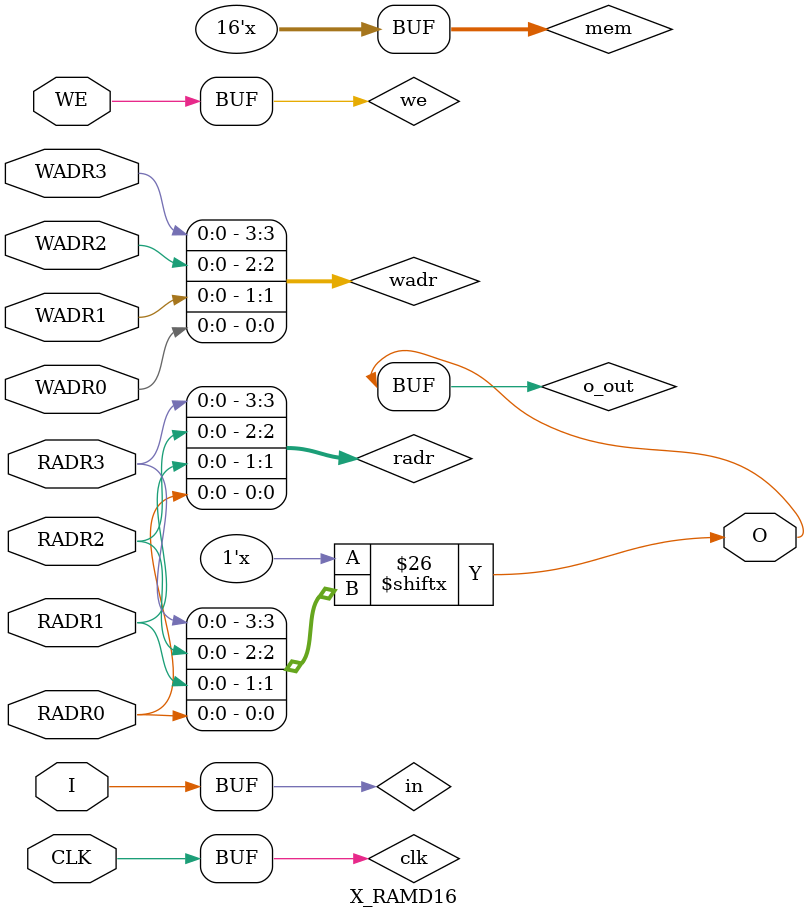
<source format=v>

`timescale 1 ps/1 ps

module X_RAMD16 (O, CLK, I, RADR0, RADR1, RADR2, RADR3, WADR0, WADR1, WADR2, WADR3, WE);

  parameter INIT = 16'h0000;

  output O;
  input CLK, I, RADR0, RADR1, RADR2, RADR3, WADR0, WADR1, WADR2, WADR3, WE;

  reg [15:0] mem;
  wire [3:0] wadr;
  wire [3:0] radr;
  wire in, we, clk;
  reg o_out;
  reg notifier;

  buf b1 (in, I);
  buf b2 (clk, CLK);
  buf b3 (we ,WE);
  buf b4 (wadr[3],WADR3);
  buf b5 (wadr[2],WADR2);
  buf b6 (wadr[1],WADR1);
  buf b7 (wadr[0],WADR0);
  buf b8 (radr[3],RADR3);
  buf b9 (radr[2],RADR2);
  buf bA (radr[1],RADR1);
  buf bB (radr[0],RADR0);
  buf bC (O, o_out);

  initial begin
    mem <= INIT;
  end

  always @(posedge clk) begin
    if (we == 1'b1)
      mem[wadr] <= in;
  end

  always @(mem or radr) begin
    o_out <= mem[radr];
  end

  always @(notifier) begin
    mem[wadr] <= 1'bx;
  end

  specify

	(CLK => O) = (0:0:0, 0:0:0);
	(RADR0 => O) = (0:0:0, 0:0:0);
	(RADR1 => O) = (0:0:0, 0:0:0);
	(RADR2 => O) = (0:0:0, 0:0:0);
	(RADR3 => O) = (0:0:0, 0:0:0);

	$setuphold (posedge CLK, posedge I &&& WE, 0:0:0, 0:0:0, notifier);
	$setuphold (posedge CLK, negedge I &&& WE, 0:0:0, 0:0:0, notifier);
	$setuphold (posedge CLK, posedge WADR0 &&& WE, 0:0:0, 0:0:0, notifier);
	$setuphold (posedge CLK, negedge WADR0 &&& WE, 0:0:0, 0:0:0, notifier);
	$setuphold (posedge CLK, posedge WADR1 &&& WE, 0:0:0, 0:0:0, notifier);
	$setuphold (posedge CLK, negedge WADR1 &&& WE, 0:0:0, 0:0:0, notifier);
	$setuphold (posedge CLK, posedge WADR2 &&& WE, 0:0:0, 0:0:0, notifier);
	$setuphold (posedge CLK, negedge WADR2 &&& WE, 0:0:0, 0:0:0, notifier);
	$setuphold (posedge CLK, posedge WADR3 &&& WE, 0:0:0, 0:0:0, notifier);
	$setuphold (posedge CLK, negedge WADR3 &&& WE, 0:0:0, 0:0:0, notifier);
	$setuphold (posedge CLK, posedge WE, 0:0:0, 0:0:0, notifier);
	$setuphold (posedge CLK, negedge WE, 0:0:0, 0:0:0, notifier);

	$width (posedge CLK &&& WE, 0:0:0, 0, notifier);
	$width (negedge CLK &&& WE, 0:0:0, 0, notifier);

	specparam PATHPULSE$ = 0;

  endspecify

endmodule

</source>
